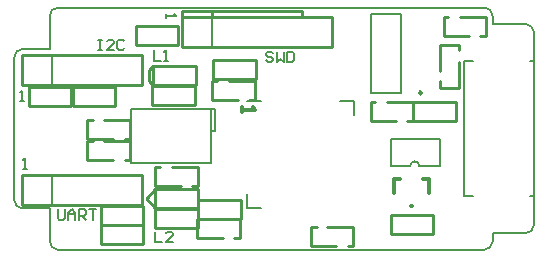
<source format=gto>
%FSLAX25Y25*%
%MOIN*%
G70*
G01*
G75*
G04 Layer_Color=65535*
%ADD10R,0.03937X0.03937*%
%ADD11C,0.03937*%
%ADD12R,0.03150X0.03150*%
%ADD13R,0.03150X0.03150*%
%ADD14R,0.00984X0.06299*%
%ADD15R,0.06299X0.00984*%
%ADD16O,0.06299X0.00984*%
%ADD17O,0.03937X0.03937*%
%ADD18R,0.07087X0.04724*%
%ADD19O,0.04000X0.01200*%
%ADD20R,0.04000X0.01200*%
%ADD21R,0.03600X0.03600*%
%ADD22R,0.03600X0.05000*%
%ADD23R,0.09449X0.03937*%
%ADD24R,0.09449X0.12992*%
%ADD25C,0.01000*%
%ADD26C,0.02000*%
%ADD27C,0.04000*%
%ADD28C,0.00787*%
%ADD29C,0.06299*%
%ADD30C,0.03937*%
%ADD31O,0.15748X0.06299*%
%ADD32C,0.06000*%
%ADD33R,0.06000X0.06000*%
%ADD34C,0.11811*%
%ADD35C,0.05512*%
%ADD36C,0.02500*%
%ADD37C,0.04000*%
%ADD38C,0.00984*%
%ADD39C,0.00800*%
%ADD40C,0.01200*%
D25*
X52606Y27650D02*
X61236D01*
X59106Y21350D02*
X61236D01*
X47063D02*
X55606D01*
X47063Y27650D02*
X48606D01*
X61236Y21350D02*
Y27650D01*
X47063Y21350D02*
Y27650D01*
X98764Y1350D02*
X107394D01*
X98764Y7650D02*
X100894D01*
X104394D02*
X112937D01*
X111394Y1350D02*
X112937D01*
X98764D02*
Y7650D01*
X112937Y1350D02*
Y7650D01*
X124307Y49150D02*
X132937D01*
X130807Y42850D02*
X132937D01*
X118764D02*
X127307D01*
X118764Y49150D02*
X120307D01*
X132937Y42850D02*
Y49150D01*
X118764Y42850D02*
Y49150D01*
X148653Y77461D02*
X157283D01*
X155154Y71161D02*
X157283D01*
X143110D02*
X151654D01*
X143110Y77461D02*
X144653D01*
X157283Y71161D02*
Y77461D01*
X143110Y71161D02*
Y77461D01*
X125563Y5350D02*
Y11650D01*
X139736Y5350D02*
Y11650D01*
X125563D02*
X134815D01*
X125563Y5350D02*
X130484D01*
X139736D01*
X134815Y11650D02*
X139736D01*
X19563Y47850D02*
Y54150D01*
X33736Y47850D02*
Y54150D01*
X19563D02*
X28815D01*
X19563Y47850D02*
X24484D01*
X33736D01*
X28815Y54150D02*
X33736D01*
X4764Y47850D02*
Y54150D01*
X18937Y47850D02*
Y54150D01*
X4764D02*
X14016D01*
X4764Y47850D02*
X9685D01*
X18937D01*
X14016Y54150D02*
X18937D01*
X28764Y8350D02*
Y14650D01*
X42937Y8350D02*
Y14650D01*
X28764D02*
X38016D01*
X28764Y8350D02*
X33685D01*
X42937D01*
X38016Y14650D02*
X42937D01*
X28764Y1850D02*
Y8150D01*
X42937Y1850D02*
Y8150D01*
X28764D02*
X38016D01*
X28764Y1850D02*
X33685D01*
X42937D01*
X38016Y8150D02*
X42937D01*
X56000Y67500D02*
Y77500D01*
X106000D01*
Y67500D02*
Y77500D01*
X56000Y67500D02*
X106000D01*
X56000Y77500D02*
Y79500D01*
X96000D01*
Y77500D02*
Y79500D01*
X66000Y77500D02*
Y79500D01*
X147236Y42850D02*
Y49150D01*
X133063Y42850D02*
Y49150D01*
X137984Y42850D02*
X147236D01*
X142315Y49150D02*
X147236D01*
X133063D02*
X142315D01*
X133063Y42850D02*
X137984D01*
X44984Y56130D02*
X46264Y54850D01*
X44984Y56130D02*
Y59870D01*
X46264Y61150D01*
X60437Y54850D02*
Y61150D01*
X46264Y54850D02*
Y61150D01*
X58894Y54850D02*
X60437D01*
X46264Y61150D02*
X60437D01*
X46264Y54850D02*
X58894D01*
X46063Y48350D02*
Y54650D01*
X60236Y48350D02*
Y54650D01*
X46063D02*
X55315D01*
X46063Y48350D02*
X50984D01*
X60236D01*
X55315Y54650D02*
X60236D01*
X66063Y49850D02*
Y56150D01*
X80236Y49850D02*
Y56150D01*
X66063D02*
X67606D01*
X66063Y49850D02*
X74606D01*
X78106D02*
X80236D01*
X71606Y56150D02*
X80236D01*
X141850Y68236D02*
X148150D01*
X141850Y54063D02*
X148150D01*
Y66693D02*
Y68236D01*
X141850Y59693D02*
Y68236D01*
Y54063D02*
Y56193D01*
X148150Y54063D02*
Y62693D01*
X44110Y16803D02*
X47063Y13850D01*
X44110Y16803D02*
Y17197D01*
X47063Y20150D01*
X61236Y13850D02*
Y20150D01*
X47063Y13850D02*
Y20150D01*
X59693Y13850D02*
X61236D01*
X47063Y20150D02*
X61236D01*
X47063Y13850D02*
X59693D01*
X61264Y10350D02*
Y16650D01*
X75437Y10350D02*
Y16650D01*
X61264D02*
X70516D01*
X61264Y10350D02*
X66185D01*
X75437D01*
X70516Y16650D02*
X75437D01*
X54736Y68350D02*
Y74650D01*
X40563Y68350D02*
Y74650D01*
X45484Y68350D02*
X54736D01*
X49815Y74650D02*
X54736D01*
X40563D02*
X49815D01*
X40563Y68350D02*
X45484D01*
X2500Y15000D02*
X42500D01*
Y25000D01*
X2500D02*
X42500D01*
X2500Y15000D02*
Y25000D01*
X38437Y29850D02*
Y36150D01*
X24264Y29850D02*
Y36150D01*
X36894Y29850D02*
X38437D01*
X29894Y36150D02*
X38437D01*
X24264D02*
X26394D01*
X24264Y29850D02*
X32894D01*
X38437Y36850D02*
Y43150D01*
X24264Y36850D02*
Y43150D01*
X36894Y36850D02*
X38437D01*
X29894Y43150D02*
X38437D01*
X24264D02*
X26394D01*
X24264Y36850D02*
X32894D01*
X80437Y56949D02*
Y63248D01*
X66264Y56949D02*
Y63248D01*
X71185Y56949D02*
X80437D01*
X75516Y63248D02*
X80437D01*
X66264D02*
X75516D01*
X66264Y56949D02*
X71185D01*
X47063Y7350D02*
Y13650D01*
X61236Y7350D02*
Y13650D01*
X47063D02*
X56315D01*
X47063Y7350D02*
X51984D01*
X61236D01*
X56315Y13650D02*
X61236D01*
X61063Y3850D02*
Y10150D01*
X75236Y3850D02*
Y10150D01*
X61063D02*
X62606D01*
X61063Y3850D02*
X69606D01*
X73106D02*
X75236D01*
X66606Y10150D02*
X75236D01*
X2500Y55000D02*
X42500D01*
Y65000D01*
X2500D02*
X42500D01*
X2500Y55000D02*
Y65000D01*
D28*
X135000Y28000D02*
G03*
X132060Y28000I-1470J0D01*
G01*
X173228Y17913D02*
Y62795D01*
X172047D02*
X173228D01*
X172047Y17913D02*
X173228D01*
X149803D02*
Y62795D01*
X153051D01*
X149803Y17913D02*
X153051D01*
X173228Y14469D02*
Y17913D01*
Y62795D02*
Y66240D01*
X77736Y49433D02*
X82169D01*
X77736Y14000D02*
X82169D01*
X77736D02*
Y18433D01*
X113169Y45000D02*
Y49433D01*
X108736D02*
X113169D01*
X125500Y28000D02*
Y37000D01*
X142000D01*
Y28000D02*
Y37000D01*
X135000Y28000D02*
X142000D01*
X125500D02*
X132000D01*
X128917Y52311D02*
Y78689D01*
X118917Y52311D02*
Y78689D01*
Y52311D02*
X128917D01*
X118917Y78689D02*
X128917D01*
X156693Y0D02*
G03*
X159449Y2756I0J2756D01*
G01*
X170472Y5512D02*
G03*
X173228Y8268I0J2756D01*
G01*
X159449Y77953D02*
G03*
X156693Y80709I-2756J0D01*
G01*
X173228Y72441D02*
G03*
X170472Y75197I-2756J0D01*
G01*
X11811Y2756D02*
G03*
X14567Y0I2756J0D01*
G01*
X0Y16535D02*
G03*
X2756Y13780I2756J0D01*
G01*
X14567Y80709D02*
G03*
X11811Y77953I0J-2756D01*
G01*
X2756Y66929D02*
G03*
X0Y64173I0J-2756D01*
G01*
X14567Y80709D02*
X156693D01*
X159449Y75197D02*
Y77953D01*
X173228Y8268D02*
Y72441D01*
X159449Y75197D02*
X170472D01*
X159449Y5512D02*
X170472D01*
X159449Y2756D02*
Y5512D01*
X14567Y0D02*
X156693D01*
X11811Y66929D02*
Y77953D01*
X2756Y66929D02*
X11811D01*
X0Y16535D02*
Y64173D01*
X2756Y13780D02*
X11811D01*
Y2756D02*
Y13780D01*
D38*
X135827Y52311D02*
G03*
X135827Y52311I-492J0D01*
G01*
D39*
X66000Y67500D02*
Y77500D01*
X65583Y29005D02*
Y46830D01*
X38800Y46831D02*
X65583Y46830D01*
X38800Y28995D02*
Y46831D01*
Y28995D02*
X65583Y29005D01*
X67060Y39449D02*
Y46830D01*
X65583Y39449D02*
X67060D01*
X65583Y46830D02*
X67060D01*
X12500Y15000D02*
Y25000D01*
Y55000D02*
Y65000D01*
X86333Y65416D02*
X85749Y65999D01*
X84583D01*
X84000Y65416D01*
Y64833D01*
X84583Y64249D01*
X85749D01*
X86333Y63666D01*
Y63083D01*
X85749Y62500D01*
X84583D01*
X84000Y63083D01*
X87499Y65999D02*
Y62500D01*
X88665Y63666D01*
X89831Y62500D01*
Y65999D01*
X90998D02*
Y62500D01*
X92747D01*
X93330Y63083D01*
Y65416D01*
X92747Y65999D01*
X90998D01*
X47000Y5999D02*
Y2500D01*
X49333D01*
X52831D02*
X50499D01*
X52831Y4833D01*
Y5416D01*
X52248Y5999D01*
X51082D01*
X50499Y5416D01*
X46500Y66499D02*
Y63000D01*
X48833D01*
X49999D02*
X51165D01*
X50582D01*
Y66499D01*
X49999Y65916D01*
X50500Y78500D02*
Y77334D01*
Y77917D01*
X53999D01*
X53416Y78500D01*
X2000Y49500D02*
X3166D01*
X2583D01*
Y52999D01*
X2000Y52416D01*
X3000Y27000D02*
X4166D01*
X3583D01*
Y30499D01*
X3000Y29916D01*
X14500Y13499D02*
Y10583D01*
X15083Y10000D01*
X16249D01*
X16833Y10583D01*
Y13499D01*
X17999Y10000D02*
Y12333D01*
X19165Y13499D01*
X20332Y12333D01*
Y10000D01*
Y11749D01*
X17999D01*
X21498Y10000D02*
Y13499D01*
X23247D01*
X23830Y12916D01*
Y11749D01*
X23247Y11166D01*
X21498D01*
X22664D02*
X23830Y10000D01*
X24997Y13499D02*
X27329D01*
X26163D01*
Y10000D01*
X28000Y69999D02*
X29166D01*
X28583D01*
Y66500D01*
X28000D01*
X29166D01*
X33248D02*
X30916D01*
X33248Y68833D01*
Y69416D01*
X32665Y69999D01*
X31499D01*
X30916Y69416D01*
X36747D02*
X36164Y69999D01*
X34998D01*
X34415Y69416D01*
Y67083D01*
X34998Y66500D01*
X36164D01*
X36747Y67083D01*
D40*
X126700Y23500D02*
X128700D01*
X132200Y14500D02*
X132700D01*
X136200Y23500D02*
X138200D01*
X126700Y19000D02*
Y23500D01*
X138200Y19000D02*
Y23500D01*
X75768Y47465D02*
Y45965D01*
Y46715D01*
X80266D01*
X79517Y47465D01*
M02*

</source>
